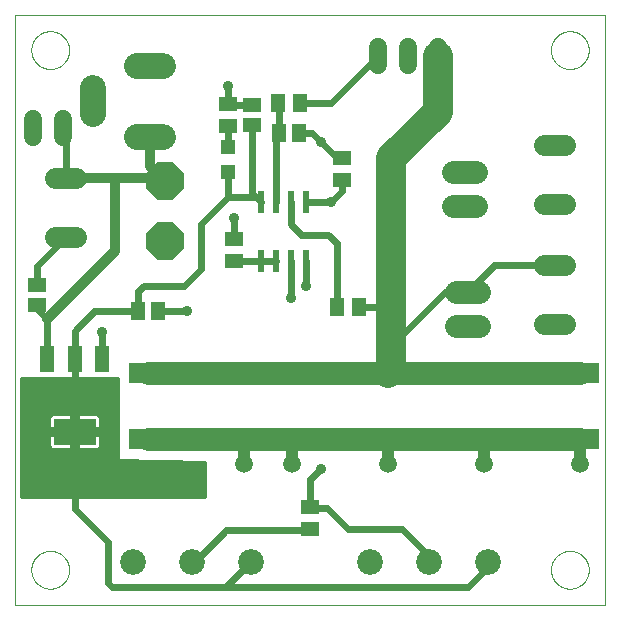
<source format=gtl>
G75*
%MOIN*%
%OFA0B0*%
%FSLAX25Y25*%
%IPPOS*%
%LPD*%
%AMOC8*
5,1,8,0,0,1.08239X$1,22.5*
%
%ADD10C,0.00000*%
%ADD11R,0.05906X0.05118*%
%ADD12R,0.05118X0.05906*%
%ADD13OC8,0.12400*%
%ADD14C,0.08600*%
%ADD15R,0.04724X0.04724*%
%ADD16R,0.12598X0.07087*%
%ADD17R,0.06299X0.05118*%
%ADD18R,0.05118X0.06299*%
%ADD19C,0.07800*%
%ADD20R,0.02362X0.07795*%
%ADD21C,0.07050*%
%ADD22R,0.04800X0.08800*%
%ADD23R,0.14173X0.08661*%
%ADD24C,0.06000*%
%ADD25C,0.08600*%
%ADD26R,0.05906X0.00394*%
%ADD27R,0.07087X0.00394*%
%ADD28R,0.06693X0.00394*%
%ADD29R,0.06299X0.00394*%
%ADD30R,0.05512X0.00394*%
%ADD31R,0.05118X0.00394*%
%ADD32R,0.04331X0.00394*%
%ADD33R,0.01575X0.00394*%
%ADD34R,0.08661X0.00394*%
%ADD35R,0.12992X0.00394*%
%ADD36R,0.14961X0.00394*%
%ADD37R,0.01181X0.00394*%
%ADD38R,0.13780X0.00394*%
%ADD39R,0.14173X0.00394*%
%ADD40R,0.14567X0.00394*%
%ADD41R,0.13386X0.00394*%
%ADD42R,0.12205X0.00394*%
%ADD43R,0.11417X0.00394*%
%ADD44R,0.10630X0.00394*%
%ADD45R,0.09843X0.00394*%
%ADD46R,0.09055X0.00394*%
%ADD47R,0.01969X0.00394*%
%ADD48R,0.07480X0.00394*%
%ADD49R,0.04724X0.00394*%
%ADD50C,0.07600*%
%ADD51C,0.02400*%
%ADD52C,0.03562*%
%ADD53C,0.04000*%
%ADD54C,0.05906*%
%ADD55C,0.10000*%
%ADD56C,0.01600*%
%ADD57C,0.03200*%
D10*
X0002300Y0040837D02*
X0199150Y0040837D01*
X0199150Y0237687D01*
X0002300Y0237687D01*
X0002300Y0040837D01*
X0007812Y0052648D02*
X0007814Y0052806D01*
X0007820Y0052964D01*
X0007830Y0053122D01*
X0007844Y0053280D01*
X0007862Y0053437D01*
X0007883Y0053594D01*
X0007909Y0053750D01*
X0007939Y0053906D01*
X0007972Y0054061D01*
X0008010Y0054214D01*
X0008051Y0054367D01*
X0008096Y0054519D01*
X0008145Y0054670D01*
X0008198Y0054819D01*
X0008254Y0054967D01*
X0008314Y0055113D01*
X0008378Y0055258D01*
X0008446Y0055401D01*
X0008517Y0055543D01*
X0008591Y0055683D01*
X0008669Y0055820D01*
X0008751Y0055956D01*
X0008835Y0056090D01*
X0008924Y0056221D01*
X0009015Y0056350D01*
X0009110Y0056477D01*
X0009207Y0056602D01*
X0009308Y0056724D01*
X0009412Y0056843D01*
X0009519Y0056960D01*
X0009629Y0057074D01*
X0009742Y0057185D01*
X0009857Y0057294D01*
X0009975Y0057399D01*
X0010096Y0057501D01*
X0010219Y0057601D01*
X0010345Y0057697D01*
X0010473Y0057790D01*
X0010603Y0057880D01*
X0010736Y0057966D01*
X0010871Y0058050D01*
X0011007Y0058129D01*
X0011146Y0058206D01*
X0011287Y0058278D01*
X0011429Y0058348D01*
X0011573Y0058413D01*
X0011719Y0058475D01*
X0011866Y0058533D01*
X0012015Y0058588D01*
X0012165Y0058639D01*
X0012316Y0058686D01*
X0012468Y0058729D01*
X0012621Y0058768D01*
X0012776Y0058804D01*
X0012931Y0058835D01*
X0013087Y0058863D01*
X0013243Y0058887D01*
X0013400Y0058907D01*
X0013558Y0058923D01*
X0013715Y0058935D01*
X0013874Y0058943D01*
X0014032Y0058947D01*
X0014190Y0058947D01*
X0014348Y0058943D01*
X0014507Y0058935D01*
X0014664Y0058923D01*
X0014822Y0058907D01*
X0014979Y0058887D01*
X0015135Y0058863D01*
X0015291Y0058835D01*
X0015446Y0058804D01*
X0015601Y0058768D01*
X0015754Y0058729D01*
X0015906Y0058686D01*
X0016057Y0058639D01*
X0016207Y0058588D01*
X0016356Y0058533D01*
X0016503Y0058475D01*
X0016649Y0058413D01*
X0016793Y0058348D01*
X0016935Y0058278D01*
X0017076Y0058206D01*
X0017215Y0058129D01*
X0017351Y0058050D01*
X0017486Y0057966D01*
X0017619Y0057880D01*
X0017749Y0057790D01*
X0017877Y0057697D01*
X0018003Y0057601D01*
X0018126Y0057501D01*
X0018247Y0057399D01*
X0018365Y0057294D01*
X0018480Y0057185D01*
X0018593Y0057074D01*
X0018703Y0056960D01*
X0018810Y0056843D01*
X0018914Y0056724D01*
X0019015Y0056602D01*
X0019112Y0056477D01*
X0019207Y0056350D01*
X0019298Y0056221D01*
X0019387Y0056090D01*
X0019471Y0055956D01*
X0019553Y0055820D01*
X0019631Y0055683D01*
X0019705Y0055543D01*
X0019776Y0055401D01*
X0019844Y0055258D01*
X0019908Y0055113D01*
X0019968Y0054967D01*
X0020024Y0054819D01*
X0020077Y0054670D01*
X0020126Y0054519D01*
X0020171Y0054367D01*
X0020212Y0054214D01*
X0020250Y0054061D01*
X0020283Y0053906D01*
X0020313Y0053750D01*
X0020339Y0053594D01*
X0020360Y0053437D01*
X0020378Y0053280D01*
X0020392Y0053122D01*
X0020402Y0052964D01*
X0020408Y0052806D01*
X0020410Y0052648D01*
X0020408Y0052490D01*
X0020402Y0052332D01*
X0020392Y0052174D01*
X0020378Y0052016D01*
X0020360Y0051859D01*
X0020339Y0051702D01*
X0020313Y0051546D01*
X0020283Y0051390D01*
X0020250Y0051235D01*
X0020212Y0051082D01*
X0020171Y0050929D01*
X0020126Y0050777D01*
X0020077Y0050626D01*
X0020024Y0050477D01*
X0019968Y0050329D01*
X0019908Y0050183D01*
X0019844Y0050038D01*
X0019776Y0049895D01*
X0019705Y0049753D01*
X0019631Y0049613D01*
X0019553Y0049476D01*
X0019471Y0049340D01*
X0019387Y0049206D01*
X0019298Y0049075D01*
X0019207Y0048946D01*
X0019112Y0048819D01*
X0019015Y0048694D01*
X0018914Y0048572D01*
X0018810Y0048453D01*
X0018703Y0048336D01*
X0018593Y0048222D01*
X0018480Y0048111D01*
X0018365Y0048002D01*
X0018247Y0047897D01*
X0018126Y0047795D01*
X0018003Y0047695D01*
X0017877Y0047599D01*
X0017749Y0047506D01*
X0017619Y0047416D01*
X0017486Y0047330D01*
X0017351Y0047246D01*
X0017215Y0047167D01*
X0017076Y0047090D01*
X0016935Y0047018D01*
X0016793Y0046948D01*
X0016649Y0046883D01*
X0016503Y0046821D01*
X0016356Y0046763D01*
X0016207Y0046708D01*
X0016057Y0046657D01*
X0015906Y0046610D01*
X0015754Y0046567D01*
X0015601Y0046528D01*
X0015446Y0046492D01*
X0015291Y0046461D01*
X0015135Y0046433D01*
X0014979Y0046409D01*
X0014822Y0046389D01*
X0014664Y0046373D01*
X0014507Y0046361D01*
X0014348Y0046353D01*
X0014190Y0046349D01*
X0014032Y0046349D01*
X0013874Y0046353D01*
X0013715Y0046361D01*
X0013558Y0046373D01*
X0013400Y0046389D01*
X0013243Y0046409D01*
X0013087Y0046433D01*
X0012931Y0046461D01*
X0012776Y0046492D01*
X0012621Y0046528D01*
X0012468Y0046567D01*
X0012316Y0046610D01*
X0012165Y0046657D01*
X0012015Y0046708D01*
X0011866Y0046763D01*
X0011719Y0046821D01*
X0011573Y0046883D01*
X0011429Y0046948D01*
X0011287Y0047018D01*
X0011146Y0047090D01*
X0011007Y0047167D01*
X0010871Y0047246D01*
X0010736Y0047330D01*
X0010603Y0047416D01*
X0010473Y0047506D01*
X0010345Y0047599D01*
X0010219Y0047695D01*
X0010096Y0047795D01*
X0009975Y0047897D01*
X0009857Y0048002D01*
X0009742Y0048111D01*
X0009629Y0048222D01*
X0009519Y0048336D01*
X0009412Y0048453D01*
X0009308Y0048572D01*
X0009207Y0048694D01*
X0009110Y0048819D01*
X0009015Y0048946D01*
X0008924Y0049075D01*
X0008835Y0049206D01*
X0008751Y0049340D01*
X0008669Y0049476D01*
X0008591Y0049613D01*
X0008517Y0049753D01*
X0008446Y0049895D01*
X0008378Y0050038D01*
X0008314Y0050183D01*
X0008254Y0050329D01*
X0008198Y0050477D01*
X0008145Y0050626D01*
X0008096Y0050777D01*
X0008051Y0050929D01*
X0008010Y0051082D01*
X0007972Y0051235D01*
X0007939Y0051390D01*
X0007909Y0051546D01*
X0007883Y0051702D01*
X0007862Y0051859D01*
X0007844Y0052016D01*
X0007830Y0052174D01*
X0007820Y0052332D01*
X0007814Y0052490D01*
X0007812Y0052648D01*
X0007812Y0225876D02*
X0007814Y0226034D01*
X0007820Y0226192D01*
X0007830Y0226350D01*
X0007844Y0226508D01*
X0007862Y0226665D01*
X0007883Y0226822D01*
X0007909Y0226978D01*
X0007939Y0227134D01*
X0007972Y0227289D01*
X0008010Y0227442D01*
X0008051Y0227595D01*
X0008096Y0227747D01*
X0008145Y0227898D01*
X0008198Y0228047D01*
X0008254Y0228195D01*
X0008314Y0228341D01*
X0008378Y0228486D01*
X0008446Y0228629D01*
X0008517Y0228771D01*
X0008591Y0228911D01*
X0008669Y0229048D01*
X0008751Y0229184D01*
X0008835Y0229318D01*
X0008924Y0229449D01*
X0009015Y0229578D01*
X0009110Y0229705D01*
X0009207Y0229830D01*
X0009308Y0229952D01*
X0009412Y0230071D01*
X0009519Y0230188D01*
X0009629Y0230302D01*
X0009742Y0230413D01*
X0009857Y0230522D01*
X0009975Y0230627D01*
X0010096Y0230729D01*
X0010219Y0230829D01*
X0010345Y0230925D01*
X0010473Y0231018D01*
X0010603Y0231108D01*
X0010736Y0231194D01*
X0010871Y0231278D01*
X0011007Y0231357D01*
X0011146Y0231434D01*
X0011287Y0231506D01*
X0011429Y0231576D01*
X0011573Y0231641D01*
X0011719Y0231703D01*
X0011866Y0231761D01*
X0012015Y0231816D01*
X0012165Y0231867D01*
X0012316Y0231914D01*
X0012468Y0231957D01*
X0012621Y0231996D01*
X0012776Y0232032D01*
X0012931Y0232063D01*
X0013087Y0232091D01*
X0013243Y0232115D01*
X0013400Y0232135D01*
X0013558Y0232151D01*
X0013715Y0232163D01*
X0013874Y0232171D01*
X0014032Y0232175D01*
X0014190Y0232175D01*
X0014348Y0232171D01*
X0014507Y0232163D01*
X0014664Y0232151D01*
X0014822Y0232135D01*
X0014979Y0232115D01*
X0015135Y0232091D01*
X0015291Y0232063D01*
X0015446Y0232032D01*
X0015601Y0231996D01*
X0015754Y0231957D01*
X0015906Y0231914D01*
X0016057Y0231867D01*
X0016207Y0231816D01*
X0016356Y0231761D01*
X0016503Y0231703D01*
X0016649Y0231641D01*
X0016793Y0231576D01*
X0016935Y0231506D01*
X0017076Y0231434D01*
X0017215Y0231357D01*
X0017351Y0231278D01*
X0017486Y0231194D01*
X0017619Y0231108D01*
X0017749Y0231018D01*
X0017877Y0230925D01*
X0018003Y0230829D01*
X0018126Y0230729D01*
X0018247Y0230627D01*
X0018365Y0230522D01*
X0018480Y0230413D01*
X0018593Y0230302D01*
X0018703Y0230188D01*
X0018810Y0230071D01*
X0018914Y0229952D01*
X0019015Y0229830D01*
X0019112Y0229705D01*
X0019207Y0229578D01*
X0019298Y0229449D01*
X0019387Y0229318D01*
X0019471Y0229184D01*
X0019553Y0229048D01*
X0019631Y0228911D01*
X0019705Y0228771D01*
X0019776Y0228629D01*
X0019844Y0228486D01*
X0019908Y0228341D01*
X0019968Y0228195D01*
X0020024Y0228047D01*
X0020077Y0227898D01*
X0020126Y0227747D01*
X0020171Y0227595D01*
X0020212Y0227442D01*
X0020250Y0227289D01*
X0020283Y0227134D01*
X0020313Y0226978D01*
X0020339Y0226822D01*
X0020360Y0226665D01*
X0020378Y0226508D01*
X0020392Y0226350D01*
X0020402Y0226192D01*
X0020408Y0226034D01*
X0020410Y0225876D01*
X0020408Y0225718D01*
X0020402Y0225560D01*
X0020392Y0225402D01*
X0020378Y0225244D01*
X0020360Y0225087D01*
X0020339Y0224930D01*
X0020313Y0224774D01*
X0020283Y0224618D01*
X0020250Y0224463D01*
X0020212Y0224310D01*
X0020171Y0224157D01*
X0020126Y0224005D01*
X0020077Y0223854D01*
X0020024Y0223705D01*
X0019968Y0223557D01*
X0019908Y0223411D01*
X0019844Y0223266D01*
X0019776Y0223123D01*
X0019705Y0222981D01*
X0019631Y0222841D01*
X0019553Y0222704D01*
X0019471Y0222568D01*
X0019387Y0222434D01*
X0019298Y0222303D01*
X0019207Y0222174D01*
X0019112Y0222047D01*
X0019015Y0221922D01*
X0018914Y0221800D01*
X0018810Y0221681D01*
X0018703Y0221564D01*
X0018593Y0221450D01*
X0018480Y0221339D01*
X0018365Y0221230D01*
X0018247Y0221125D01*
X0018126Y0221023D01*
X0018003Y0220923D01*
X0017877Y0220827D01*
X0017749Y0220734D01*
X0017619Y0220644D01*
X0017486Y0220558D01*
X0017351Y0220474D01*
X0017215Y0220395D01*
X0017076Y0220318D01*
X0016935Y0220246D01*
X0016793Y0220176D01*
X0016649Y0220111D01*
X0016503Y0220049D01*
X0016356Y0219991D01*
X0016207Y0219936D01*
X0016057Y0219885D01*
X0015906Y0219838D01*
X0015754Y0219795D01*
X0015601Y0219756D01*
X0015446Y0219720D01*
X0015291Y0219689D01*
X0015135Y0219661D01*
X0014979Y0219637D01*
X0014822Y0219617D01*
X0014664Y0219601D01*
X0014507Y0219589D01*
X0014348Y0219581D01*
X0014190Y0219577D01*
X0014032Y0219577D01*
X0013874Y0219581D01*
X0013715Y0219589D01*
X0013558Y0219601D01*
X0013400Y0219617D01*
X0013243Y0219637D01*
X0013087Y0219661D01*
X0012931Y0219689D01*
X0012776Y0219720D01*
X0012621Y0219756D01*
X0012468Y0219795D01*
X0012316Y0219838D01*
X0012165Y0219885D01*
X0012015Y0219936D01*
X0011866Y0219991D01*
X0011719Y0220049D01*
X0011573Y0220111D01*
X0011429Y0220176D01*
X0011287Y0220246D01*
X0011146Y0220318D01*
X0011007Y0220395D01*
X0010871Y0220474D01*
X0010736Y0220558D01*
X0010603Y0220644D01*
X0010473Y0220734D01*
X0010345Y0220827D01*
X0010219Y0220923D01*
X0010096Y0221023D01*
X0009975Y0221125D01*
X0009857Y0221230D01*
X0009742Y0221339D01*
X0009629Y0221450D01*
X0009519Y0221564D01*
X0009412Y0221681D01*
X0009308Y0221800D01*
X0009207Y0221922D01*
X0009110Y0222047D01*
X0009015Y0222174D01*
X0008924Y0222303D01*
X0008835Y0222434D01*
X0008751Y0222568D01*
X0008669Y0222704D01*
X0008591Y0222841D01*
X0008517Y0222981D01*
X0008446Y0223123D01*
X0008378Y0223266D01*
X0008314Y0223411D01*
X0008254Y0223557D01*
X0008198Y0223705D01*
X0008145Y0223854D01*
X0008096Y0224005D01*
X0008051Y0224157D01*
X0008010Y0224310D01*
X0007972Y0224463D01*
X0007939Y0224618D01*
X0007909Y0224774D01*
X0007883Y0224930D01*
X0007862Y0225087D01*
X0007844Y0225244D01*
X0007830Y0225402D01*
X0007820Y0225560D01*
X0007814Y0225718D01*
X0007812Y0225876D01*
X0181040Y0225876D02*
X0181042Y0226034D01*
X0181048Y0226192D01*
X0181058Y0226350D01*
X0181072Y0226508D01*
X0181090Y0226665D01*
X0181111Y0226822D01*
X0181137Y0226978D01*
X0181167Y0227134D01*
X0181200Y0227289D01*
X0181238Y0227442D01*
X0181279Y0227595D01*
X0181324Y0227747D01*
X0181373Y0227898D01*
X0181426Y0228047D01*
X0181482Y0228195D01*
X0181542Y0228341D01*
X0181606Y0228486D01*
X0181674Y0228629D01*
X0181745Y0228771D01*
X0181819Y0228911D01*
X0181897Y0229048D01*
X0181979Y0229184D01*
X0182063Y0229318D01*
X0182152Y0229449D01*
X0182243Y0229578D01*
X0182338Y0229705D01*
X0182435Y0229830D01*
X0182536Y0229952D01*
X0182640Y0230071D01*
X0182747Y0230188D01*
X0182857Y0230302D01*
X0182970Y0230413D01*
X0183085Y0230522D01*
X0183203Y0230627D01*
X0183324Y0230729D01*
X0183447Y0230829D01*
X0183573Y0230925D01*
X0183701Y0231018D01*
X0183831Y0231108D01*
X0183964Y0231194D01*
X0184099Y0231278D01*
X0184235Y0231357D01*
X0184374Y0231434D01*
X0184515Y0231506D01*
X0184657Y0231576D01*
X0184801Y0231641D01*
X0184947Y0231703D01*
X0185094Y0231761D01*
X0185243Y0231816D01*
X0185393Y0231867D01*
X0185544Y0231914D01*
X0185696Y0231957D01*
X0185849Y0231996D01*
X0186004Y0232032D01*
X0186159Y0232063D01*
X0186315Y0232091D01*
X0186471Y0232115D01*
X0186628Y0232135D01*
X0186786Y0232151D01*
X0186943Y0232163D01*
X0187102Y0232171D01*
X0187260Y0232175D01*
X0187418Y0232175D01*
X0187576Y0232171D01*
X0187735Y0232163D01*
X0187892Y0232151D01*
X0188050Y0232135D01*
X0188207Y0232115D01*
X0188363Y0232091D01*
X0188519Y0232063D01*
X0188674Y0232032D01*
X0188829Y0231996D01*
X0188982Y0231957D01*
X0189134Y0231914D01*
X0189285Y0231867D01*
X0189435Y0231816D01*
X0189584Y0231761D01*
X0189731Y0231703D01*
X0189877Y0231641D01*
X0190021Y0231576D01*
X0190163Y0231506D01*
X0190304Y0231434D01*
X0190443Y0231357D01*
X0190579Y0231278D01*
X0190714Y0231194D01*
X0190847Y0231108D01*
X0190977Y0231018D01*
X0191105Y0230925D01*
X0191231Y0230829D01*
X0191354Y0230729D01*
X0191475Y0230627D01*
X0191593Y0230522D01*
X0191708Y0230413D01*
X0191821Y0230302D01*
X0191931Y0230188D01*
X0192038Y0230071D01*
X0192142Y0229952D01*
X0192243Y0229830D01*
X0192340Y0229705D01*
X0192435Y0229578D01*
X0192526Y0229449D01*
X0192615Y0229318D01*
X0192699Y0229184D01*
X0192781Y0229048D01*
X0192859Y0228911D01*
X0192933Y0228771D01*
X0193004Y0228629D01*
X0193072Y0228486D01*
X0193136Y0228341D01*
X0193196Y0228195D01*
X0193252Y0228047D01*
X0193305Y0227898D01*
X0193354Y0227747D01*
X0193399Y0227595D01*
X0193440Y0227442D01*
X0193478Y0227289D01*
X0193511Y0227134D01*
X0193541Y0226978D01*
X0193567Y0226822D01*
X0193588Y0226665D01*
X0193606Y0226508D01*
X0193620Y0226350D01*
X0193630Y0226192D01*
X0193636Y0226034D01*
X0193638Y0225876D01*
X0193636Y0225718D01*
X0193630Y0225560D01*
X0193620Y0225402D01*
X0193606Y0225244D01*
X0193588Y0225087D01*
X0193567Y0224930D01*
X0193541Y0224774D01*
X0193511Y0224618D01*
X0193478Y0224463D01*
X0193440Y0224310D01*
X0193399Y0224157D01*
X0193354Y0224005D01*
X0193305Y0223854D01*
X0193252Y0223705D01*
X0193196Y0223557D01*
X0193136Y0223411D01*
X0193072Y0223266D01*
X0193004Y0223123D01*
X0192933Y0222981D01*
X0192859Y0222841D01*
X0192781Y0222704D01*
X0192699Y0222568D01*
X0192615Y0222434D01*
X0192526Y0222303D01*
X0192435Y0222174D01*
X0192340Y0222047D01*
X0192243Y0221922D01*
X0192142Y0221800D01*
X0192038Y0221681D01*
X0191931Y0221564D01*
X0191821Y0221450D01*
X0191708Y0221339D01*
X0191593Y0221230D01*
X0191475Y0221125D01*
X0191354Y0221023D01*
X0191231Y0220923D01*
X0191105Y0220827D01*
X0190977Y0220734D01*
X0190847Y0220644D01*
X0190714Y0220558D01*
X0190579Y0220474D01*
X0190443Y0220395D01*
X0190304Y0220318D01*
X0190163Y0220246D01*
X0190021Y0220176D01*
X0189877Y0220111D01*
X0189731Y0220049D01*
X0189584Y0219991D01*
X0189435Y0219936D01*
X0189285Y0219885D01*
X0189134Y0219838D01*
X0188982Y0219795D01*
X0188829Y0219756D01*
X0188674Y0219720D01*
X0188519Y0219689D01*
X0188363Y0219661D01*
X0188207Y0219637D01*
X0188050Y0219617D01*
X0187892Y0219601D01*
X0187735Y0219589D01*
X0187576Y0219581D01*
X0187418Y0219577D01*
X0187260Y0219577D01*
X0187102Y0219581D01*
X0186943Y0219589D01*
X0186786Y0219601D01*
X0186628Y0219617D01*
X0186471Y0219637D01*
X0186315Y0219661D01*
X0186159Y0219689D01*
X0186004Y0219720D01*
X0185849Y0219756D01*
X0185696Y0219795D01*
X0185544Y0219838D01*
X0185393Y0219885D01*
X0185243Y0219936D01*
X0185094Y0219991D01*
X0184947Y0220049D01*
X0184801Y0220111D01*
X0184657Y0220176D01*
X0184515Y0220246D01*
X0184374Y0220318D01*
X0184235Y0220395D01*
X0184099Y0220474D01*
X0183964Y0220558D01*
X0183831Y0220644D01*
X0183701Y0220734D01*
X0183573Y0220827D01*
X0183447Y0220923D01*
X0183324Y0221023D01*
X0183203Y0221125D01*
X0183085Y0221230D01*
X0182970Y0221339D01*
X0182857Y0221450D01*
X0182747Y0221564D01*
X0182640Y0221681D01*
X0182536Y0221800D01*
X0182435Y0221922D01*
X0182338Y0222047D01*
X0182243Y0222174D01*
X0182152Y0222303D01*
X0182063Y0222434D01*
X0181979Y0222568D01*
X0181897Y0222704D01*
X0181819Y0222841D01*
X0181745Y0222981D01*
X0181674Y0223123D01*
X0181606Y0223266D01*
X0181542Y0223411D01*
X0181482Y0223557D01*
X0181426Y0223705D01*
X0181373Y0223854D01*
X0181324Y0224005D01*
X0181279Y0224157D01*
X0181238Y0224310D01*
X0181200Y0224463D01*
X0181167Y0224618D01*
X0181137Y0224774D01*
X0181111Y0224930D01*
X0181090Y0225087D01*
X0181072Y0225244D01*
X0181058Y0225402D01*
X0181048Y0225560D01*
X0181042Y0225718D01*
X0181040Y0225876D01*
X0181040Y0052648D02*
X0181042Y0052806D01*
X0181048Y0052964D01*
X0181058Y0053122D01*
X0181072Y0053280D01*
X0181090Y0053437D01*
X0181111Y0053594D01*
X0181137Y0053750D01*
X0181167Y0053906D01*
X0181200Y0054061D01*
X0181238Y0054214D01*
X0181279Y0054367D01*
X0181324Y0054519D01*
X0181373Y0054670D01*
X0181426Y0054819D01*
X0181482Y0054967D01*
X0181542Y0055113D01*
X0181606Y0055258D01*
X0181674Y0055401D01*
X0181745Y0055543D01*
X0181819Y0055683D01*
X0181897Y0055820D01*
X0181979Y0055956D01*
X0182063Y0056090D01*
X0182152Y0056221D01*
X0182243Y0056350D01*
X0182338Y0056477D01*
X0182435Y0056602D01*
X0182536Y0056724D01*
X0182640Y0056843D01*
X0182747Y0056960D01*
X0182857Y0057074D01*
X0182970Y0057185D01*
X0183085Y0057294D01*
X0183203Y0057399D01*
X0183324Y0057501D01*
X0183447Y0057601D01*
X0183573Y0057697D01*
X0183701Y0057790D01*
X0183831Y0057880D01*
X0183964Y0057966D01*
X0184099Y0058050D01*
X0184235Y0058129D01*
X0184374Y0058206D01*
X0184515Y0058278D01*
X0184657Y0058348D01*
X0184801Y0058413D01*
X0184947Y0058475D01*
X0185094Y0058533D01*
X0185243Y0058588D01*
X0185393Y0058639D01*
X0185544Y0058686D01*
X0185696Y0058729D01*
X0185849Y0058768D01*
X0186004Y0058804D01*
X0186159Y0058835D01*
X0186315Y0058863D01*
X0186471Y0058887D01*
X0186628Y0058907D01*
X0186786Y0058923D01*
X0186943Y0058935D01*
X0187102Y0058943D01*
X0187260Y0058947D01*
X0187418Y0058947D01*
X0187576Y0058943D01*
X0187735Y0058935D01*
X0187892Y0058923D01*
X0188050Y0058907D01*
X0188207Y0058887D01*
X0188363Y0058863D01*
X0188519Y0058835D01*
X0188674Y0058804D01*
X0188829Y0058768D01*
X0188982Y0058729D01*
X0189134Y0058686D01*
X0189285Y0058639D01*
X0189435Y0058588D01*
X0189584Y0058533D01*
X0189731Y0058475D01*
X0189877Y0058413D01*
X0190021Y0058348D01*
X0190163Y0058278D01*
X0190304Y0058206D01*
X0190443Y0058129D01*
X0190579Y0058050D01*
X0190714Y0057966D01*
X0190847Y0057880D01*
X0190977Y0057790D01*
X0191105Y0057697D01*
X0191231Y0057601D01*
X0191354Y0057501D01*
X0191475Y0057399D01*
X0191593Y0057294D01*
X0191708Y0057185D01*
X0191821Y0057074D01*
X0191931Y0056960D01*
X0192038Y0056843D01*
X0192142Y0056724D01*
X0192243Y0056602D01*
X0192340Y0056477D01*
X0192435Y0056350D01*
X0192526Y0056221D01*
X0192615Y0056090D01*
X0192699Y0055956D01*
X0192781Y0055820D01*
X0192859Y0055683D01*
X0192933Y0055543D01*
X0193004Y0055401D01*
X0193072Y0055258D01*
X0193136Y0055113D01*
X0193196Y0054967D01*
X0193252Y0054819D01*
X0193305Y0054670D01*
X0193354Y0054519D01*
X0193399Y0054367D01*
X0193440Y0054214D01*
X0193478Y0054061D01*
X0193511Y0053906D01*
X0193541Y0053750D01*
X0193567Y0053594D01*
X0193588Y0053437D01*
X0193606Y0053280D01*
X0193620Y0053122D01*
X0193630Y0052964D01*
X0193636Y0052806D01*
X0193638Y0052648D01*
X0193636Y0052490D01*
X0193630Y0052332D01*
X0193620Y0052174D01*
X0193606Y0052016D01*
X0193588Y0051859D01*
X0193567Y0051702D01*
X0193541Y0051546D01*
X0193511Y0051390D01*
X0193478Y0051235D01*
X0193440Y0051082D01*
X0193399Y0050929D01*
X0193354Y0050777D01*
X0193305Y0050626D01*
X0193252Y0050477D01*
X0193196Y0050329D01*
X0193136Y0050183D01*
X0193072Y0050038D01*
X0193004Y0049895D01*
X0192933Y0049753D01*
X0192859Y0049613D01*
X0192781Y0049476D01*
X0192699Y0049340D01*
X0192615Y0049206D01*
X0192526Y0049075D01*
X0192435Y0048946D01*
X0192340Y0048819D01*
X0192243Y0048694D01*
X0192142Y0048572D01*
X0192038Y0048453D01*
X0191931Y0048336D01*
X0191821Y0048222D01*
X0191708Y0048111D01*
X0191593Y0048002D01*
X0191475Y0047897D01*
X0191354Y0047795D01*
X0191231Y0047695D01*
X0191105Y0047599D01*
X0190977Y0047506D01*
X0190847Y0047416D01*
X0190714Y0047330D01*
X0190579Y0047246D01*
X0190443Y0047167D01*
X0190304Y0047090D01*
X0190163Y0047018D01*
X0190021Y0046948D01*
X0189877Y0046883D01*
X0189731Y0046821D01*
X0189584Y0046763D01*
X0189435Y0046708D01*
X0189285Y0046657D01*
X0189134Y0046610D01*
X0188982Y0046567D01*
X0188829Y0046528D01*
X0188674Y0046492D01*
X0188519Y0046461D01*
X0188363Y0046433D01*
X0188207Y0046409D01*
X0188050Y0046389D01*
X0187892Y0046373D01*
X0187735Y0046361D01*
X0187576Y0046353D01*
X0187418Y0046349D01*
X0187260Y0046349D01*
X0187102Y0046353D01*
X0186943Y0046361D01*
X0186786Y0046373D01*
X0186628Y0046389D01*
X0186471Y0046409D01*
X0186315Y0046433D01*
X0186159Y0046461D01*
X0186004Y0046492D01*
X0185849Y0046528D01*
X0185696Y0046567D01*
X0185544Y0046610D01*
X0185393Y0046657D01*
X0185243Y0046708D01*
X0185094Y0046763D01*
X0184947Y0046821D01*
X0184801Y0046883D01*
X0184657Y0046948D01*
X0184515Y0047018D01*
X0184374Y0047090D01*
X0184235Y0047167D01*
X0184099Y0047246D01*
X0183964Y0047330D01*
X0183831Y0047416D01*
X0183701Y0047506D01*
X0183573Y0047599D01*
X0183447Y0047695D01*
X0183324Y0047795D01*
X0183203Y0047897D01*
X0183085Y0048002D01*
X0182970Y0048111D01*
X0182857Y0048222D01*
X0182747Y0048336D01*
X0182640Y0048453D01*
X0182536Y0048572D01*
X0182435Y0048694D01*
X0182338Y0048819D01*
X0182243Y0048946D01*
X0182152Y0049075D01*
X0182063Y0049206D01*
X0181979Y0049340D01*
X0181897Y0049476D01*
X0181819Y0049613D01*
X0181745Y0049753D01*
X0181674Y0049895D01*
X0181606Y0050038D01*
X0181542Y0050183D01*
X0181482Y0050329D01*
X0181426Y0050477D01*
X0181373Y0050626D01*
X0181324Y0050777D01*
X0181279Y0050929D01*
X0181238Y0051082D01*
X0181200Y0051235D01*
X0181167Y0051390D01*
X0181137Y0051546D01*
X0181111Y0051702D01*
X0181090Y0051859D01*
X0181072Y0052016D01*
X0181058Y0052174D01*
X0181048Y0052332D01*
X0181042Y0052490D01*
X0181040Y0052648D01*
D11*
X0081300Y0200991D03*
X0081300Y0207683D03*
X0009800Y0147683D03*
X0009800Y0140991D03*
D12*
X0043454Y0138837D03*
X0050146Y0138837D03*
X0090454Y0198337D03*
X0097146Y0198337D03*
D13*
X0052300Y0182337D03*
X0052300Y0162337D03*
D14*
X0051600Y0197026D02*
X0043000Y0197026D01*
X0028402Y0204537D02*
X0028402Y0213137D01*
X0043000Y0220648D02*
X0051600Y0220648D01*
D15*
X0073300Y0193471D03*
X0073300Y0185203D03*
D16*
X0078800Y0118361D03*
X0062800Y0118361D03*
X0046800Y0118361D03*
X0046800Y0096313D03*
X0062800Y0096313D03*
X0078800Y0096313D03*
X0094800Y0096313D03*
X0110800Y0096313D03*
X0126800Y0096313D03*
X0142800Y0096313D03*
X0158800Y0096313D03*
X0174800Y0096313D03*
X0190800Y0096313D03*
X0190800Y0118361D03*
X0174800Y0118361D03*
X0158800Y0118361D03*
X0142800Y0118361D03*
X0126800Y0118361D03*
X0110800Y0118361D03*
X0094800Y0118361D03*
D17*
X0075300Y0155597D03*
X0075300Y0163077D03*
X0073300Y0200597D03*
X0073300Y0208077D03*
X0111300Y0190077D03*
X0111300Y0182597D03*
X0100800Y0073577D03*
X0100800Y0066097D03*
D18*
X0109560Y0140337D03*
X0117040Y0140337D03*
X0097540Y0208337D03*
X0090060Y0208337D03*
D19*
X0148400Y0185337D02*
X0156200Y0185337D01*
X0156200Y0173837D02*
X0148400Y0173837D01*
X0149400Y0145337D02*
X0157200Y0145337D01*
X0157200Y0133837D02*
X0149400Y0133837D01*
D20*
X0099300Y0155593D03*
X0094300Y0155593D03*
X0089300Y0155593D03*
X0084300Y0155593D03*
X0084300Y0175081D03*
X0089300Y0175081D03*
X0094300Y0175081D03*
X0099300Y0175081D03*
D21*
X0022825Y0183180D02*
X0015775Y0183180D01*
X0015775Y0163494D02*
X0022825Y0163494D01*
X0178775Y0154180D02*
X0185825Y0154180D01*
X0185825Y0134494D02*
X0178775Y0134494D01*
X0178775Y0174494D02*
X0185825Y0174494D01*
X0185825Y0194180D02*
X0178775Y0194180D01*
D22*
X0031400Y0123037D03*
X0022300Y0123037D03*
X0013200Y0123037D03*
D23*
X0022300Y0098636D03*
D24*
X0018300Y0196837D02*
X0018300Y0202837D01*
X0008300Y0202837D02*
X0008300Y0196837D01*
X0123300Y0220837D02*
X0123300Y0226837D01*
X0133300Y0226837D02*
X0133300Y0220837D01*
X0143300Y0220837D02*
X0143300Y0226837D01*
D25*
X0140300Y0055337D03*
X0120615Y0055337D03*
X0080985Y0055337D03*
X0061300Y0055337D03*
X0041615Y0055337D03*
X0159985Y0055337D03*
D26*
X0183461Y0065837D03*
X0184249Y0068199D03*
X0184643Y0068987D03*
X0184643Y0069380D03*
X0184643Y0069774D03*
X0184643Y0070168D03*
D27*
X0183658Y0066231D03*
X0184839Y0083554D03*
D28*
X0186217Y0083160D03*
X0183855Y0067018D03*
X0183855Y0066624D03*
D29*
X0184052Y0067412D03*
X0184052Y0067806D03*
X0184446Y0068593D03*
D30*
X0184839Y0070561D03*
D31*
X0184643Y0070955D03*
X0184643Y0071349D03*
X0184643Y0071743D03*
X0184643Y0072136D03*
X0184643Y0072530D03*
X0184643Y0072924D03*
D32*
X0184643Y0073317D03*
D33*
X0186020Y0073711D03*
X0179721Y0082372D03*
X0178934Y0081979D03*
X0178540Y0081585D03*
X0178146Y0081191D03*
X0177753Y0080798D03*
X0177359Y0080404D03*
X0176965Y0080010D03*
X0176572Y0079223D03*
X0176178Y0078829D03*
X0175784Y0078042D03*
X0175784Y0077648D03*
X0175784Y0076467D03*
D34*
X0180509Y0075286D03*
D35*
X0181887Y0075680D03*
X0184643Y0076467D03*
X0186217Y0080404D03*
D36*
X0182477Y0076073D03*
D37*
X0176769Y0079617D03*
X0175981Y0078435D03*
X0175587Y0077254D03*
X0175587Y0076861D03*
D38*
X0185036Y0076861D03*
X0186217Y0079617D03*
D39*
X0186020Y0079223D03*
X0186020Y0078829D03*
X0185627Y0077648D03*
X0185233Y0077254D03*
D40*
X0185824Y0078042D03*
X0185824Y0078435D03*
D41*
X0186020Y0080010D03*
D42*
X0186217Y0080798D03*
D43*
X0186217Y0081191D03*
D44*
X0186217Y0081585D03*
D45*
X0186217Y0081979D03*
D46*
X0186217Y0082372D03*
D47*
X0181099Y0083160D03*
X0180312Y0082766D03*
D48*
X0186217Y0082766D03*
D49*
X0184839Y0083947D03*
D50*
X0190800Y0096313D02*
X0174800Y0096313D01*
X0158800Y0096313D01*
X0142800Y0096313D01*
X0126800Y0096313D01*
X0110800Y0096313D01*
X0094800Y0096313D01*
X0078800Y0096313D01*
X0062800Y0096313D01*
X0046800Y0096313D01*
X0046800Y0118361D02*
X0062800Y0118361D01*
X0078800Y0118361D01*
X0094800Y0118361D01*
X0110800Y0118361D01*
X0126800Y0118361D01*
X0127300Y0118861D01*
X0126800Y0118361D02*
X0142800Y0118361D01*
X0158800Y0118361D01*
X0174800Y0118361D01*
X0190800Y0118361D01*
D51*
X0182300Y0154180D02*
X0162143Y0154180D01*
X0153300Y0145337D01*
X0145800Y0145337D01*
X0127800Y0127337D01*
X0127800Y0139837D02*
X0127300Y0139837D01*
X0126800Y0140337D01*
X0117040Y0140337D01*
X0109560Y0140337D02*
X0109560Y0161577D01*
X0106800Y0164337D01*
X0097800Y0164337D01*
X0094300Y0167837D01*
X0094300Y0175081D01*
X0089300Y0175081D02*
X0089300Y0197183D01*
X0090454Y0198337D01*
X0090454Y0207943D01*
X0090060Y0208337D01*
X0097540Y0208337D02*
X0107800Y0208337D01*
X0123300Y0223837D01*
X0101300Y0198337D02*
X0104300Y0195337D01*
X0109560Y0190077D01*
X0111300Y0190077D01*
X0111300Y0182597D02*
X0111300Y0178837D01*
X0107800Y0175337D01*
X0099556Y0175337D01*
X0099300Y0175081D01*
X0084300Y0175081D02*
X0081300Y0178081D01*
X0081300Y0200991D01*
X0081300Y0207683D02*
X0073694Y0207683D01*
X0073300Y0208077D01*
X0073300Y0213837D01*
X0073300Y0200597D02*
X0073300Y0193471D01*
X0073300Y0185203D02*
X0073300Y0176837D01*
X0082544Y0176837D01*
X0084300Y0175081D01*
X0075300Y0169837D02*
X0075300Y0163077D01*
X0075300Y0155597D02*
X0075304Y0155593D01*
X0084300Y0155593D01*
X0089300Y0155593D01*
X0094300Y0155593D02*
X0094300Y0143337D01*
X0099300Y0147337D02*
X0099300Y0155593D01*
X0073300Y0176837D02*
X0064300Y0167837D01*
X0064300Y0152837D01*
X0058800Y0147337D01*
X0045300Y0147337D01*
X0043454Y0145491D01*
X0043454Y0138837D01*
X0028800Y0138837D01*
X0022300Y0132337D01*
X0022300Y0123037D01*
X0022300Y0098636D01*
X0022300Y0072837D01*
X0033300Y0061837D01*
X0033300Y0048337D01*
X0034800Y0046837D01*
X0071800Y0046837D01*
X0072485Y0046837D01*
X0153300Y0046837D01*
X0159985Y0053522D01*
X0159985Y0055337D01*
X0140300Y0055337D02*
X0140300Y0057337D01*
X0131300Y0066337D01*
X0113300Y0066337D01*
X0106300Y0073337D01*
X0101040Y0073337D01*
X0100800Y0073577D01*
X0100800Y0082837D01*
X0104300Y0086337D01*
X0100560Y0066337D02*
X0100800Y0066097D01*
X0100540Y0065837D01*
X0072800Y0065837D01*
X0062300Y0055337D01*
X0061300Y0055337D01*
X0072485Y0046837D02*
X0080985Y0055337D01*
X0031400Y0123037D02*
X0031400Y0131737D01*
X0031300Y0131837D01*
X0013200Y0136237D02*
X0013200Y0123037D01*
X0013200Y0136237D02*
X0009800Y0139637D01*
X0009800Y0140991D01*
X0009800Y0147683D02*
X0009800Y0153994D01*
X0019300Y0163494D01*
X0019300Y0183180D02*
X0019300Y0198837D01*
X0018300Y0199837D01*
X0050146Y0138837D02*
X0059800Y0138837D01*
X0097146Y0198337D02*
X0101300Y0198337D01*
D52*
X0104300Y0195337D03*
X0107800Y0175337D03*
X0099300Y0147337D03*
X0094300Y0143337D03*
X0075300Y0169837D03*
X0059800Y0138837D03*
X0031300Y0131837D03*
X0073300Y0213837D03*
X0104300Y0086337D03*
D53*
X0094800Y0087837D02*
X0094800Y0096313D01*
X0078800Y0096313D02*
X0078800Y0087837D01*
X0126800Y0087837D02*
X0126800Y0096313D01*
X0158800Y0096313D02*
X0158800Y0087837D01*
X0190800Y0087837D02*
X0190800Y0096313D01*
D54*
X0190800Y0087837D03*
X0158800Y0087837D03*
X0126800Y0087837D03*
X0094800Y0087837D03*
X0078800Y0087837D03*
D55*
X0126800Y0118361D02*
X0127800Y0119361D01*
X0127800Y0127337D01*
X0127800Y0139837D01*
X0127800Y0189837D01*
X0143300Y0205337D01*
X0143300Y0223837D01*
D56*
X0036300Y0116337D02*
X0036300Y0088837D01*
X0065300Y0088337D01*
X0065300Y0077337D01*
X0004800Y0077337D01*
X0004800Y0116337D01*
X0036300Y0116337D01*
X0036300Y0115967D02*
X0004800Y0115967D01*
X0004800Y0114369D02*
X0036300Y0114369D01*
X0036300Y0112770D02*
X0004800Y0112770D01*
X0004800Y0111172D02*
X0036300Y0111172D01*
X0036300Y0109573D02*
X0004800Y0109573D01*
X0004800Y0107974D02*
X0036300Y0107974D01*
X0036300Y0106376D02*
X0004800Y0106376D01*
X0004800Y0104777D02*
X0036300Y0104777D01*
X0036300Y0103179D02*
X0031187Y0103179D01*
X0031187Y0103204D02*
X0031064Y0103662D01*
X0030827Y0104072D01*
X0030492Y0104407D01*
X0030081Y0104644D01*
X0029624Y0104767D01*
X0023100Y0104767D01*
X0023100Y0099436D01*
X0031187Y0099436D01*
X0031187Y0103204D01*
X0031187Y0101580D02*
X0036300Y0101580D01*
X0036300Y0099982D02*
X0031187Y0099982D01*
X0031187Y0097836D02*
X0023100Y0097836D01*
X0023100Y0092506D01*
X0029624Y0092506D01*
X0030081Y0092628D01*
X0030492Y0092865D01*
X0030827Y0093200D01*
X0031064Y0093611D01*
X0031187Y0094069D01*
X0031187Y0097836D01*
X0031187Y0096785D02*
X0036300Y0096785D01*
X0036300Y0098383D02*
X0023100Y0098383D01*
X0023100Y0097836D02*
X0023100Y0099436D01*
X0021500Y0099436D01*
X0021500Y0097836D01*
X0023100Y0097836D01*
X0023100Y0096785D02*
X0021500Y0096785D01*
X0021500Y0097836D02*
X0021500Y0092505D01*
X0014976Y0092506D01*
X0014519Y0092628D01*
X0014108Y0092865D01*
X0013773Y0093200D01*
X0013536Y0093611D01*
X0013413Y0094069D01*
X0013413Y0097836D01*
X0021500Y0097836D01*
X0021500Y0098383D02*
X0004800Y0098383D01*
X0004800Y0096785D02*
X0013413Y0096785D01*
X0013413Y0095186D02*
X0004800Y0095186D01*
X0004800Y0093588D02*
X0013549Y0093588D01*
X0013413Y0099436D02*
X0021500Y0099436D01*
X0021500Y0104767D01*
X0014976Y0104767D01*
X0014519Y0104644D01*
X0014108Y0104407D01*
X0013773Y0104072D01*
X0013536Y0103662D01*
X0013413Y0103204D01*
X0013413Y0099436D01*
X0013413Y0099982D02*
X0004800Y0099982D01*
X0004800Y0101580D02*
X0013413Y0101580D01*
X0013413Y0103179D02*
X0004800Y0103179D01*
X0004800Y0091989D02*
X0036300Y0091989D01*
X0036300Y0090391D02*
X0004800Y0090391D01*
X0004800Y0088792D02*
X0038890Y0088792D01*
X0036300Y0093588D02*
X0031051Y0093588D01*
X0031187Y0095186D02*
X0036300Y0095186D01*
X0023100Y0095186D02*
X0021500Y0095186D01*
X0021500Y0093588D02*
X0023100Y0093588D01*
X0023100Y0099982D02*
X0021500Y0099982D01*
X0021500Y0101580D02*
X0023100Y0101580D01*
X0023100Y0103179D02*
X0021500Y0103179D01*
X0004800Y0087194D02*
X0065300Y0087194D01*
X0065300Y0085595D02*
X0004800Y0085595D01*
X0004800Y0083997D02*
X0065300Y0083997D01*
X0065300Y0082398D02*
X0004800Y0082398D01*
X0004800Y0080800D02*
X0065300Y0080800D01*
X0065300Y0079201D02*
X0004800Y0079201D01*
X0004800Y0077603D02*
X0065300Y0077603D01*
D57*
X0013200Y0136237D02*
X0035800Y0158837D01*
X0035800Y0182837D01*
X0035457Y0183180D01*
X0019300Y0183180D01*
X0051457Y0183180D01*
X0052300Y0182337D01*
X0047300Y0187337D01*
X0047300Y0197026D01*
M02*

</source>
